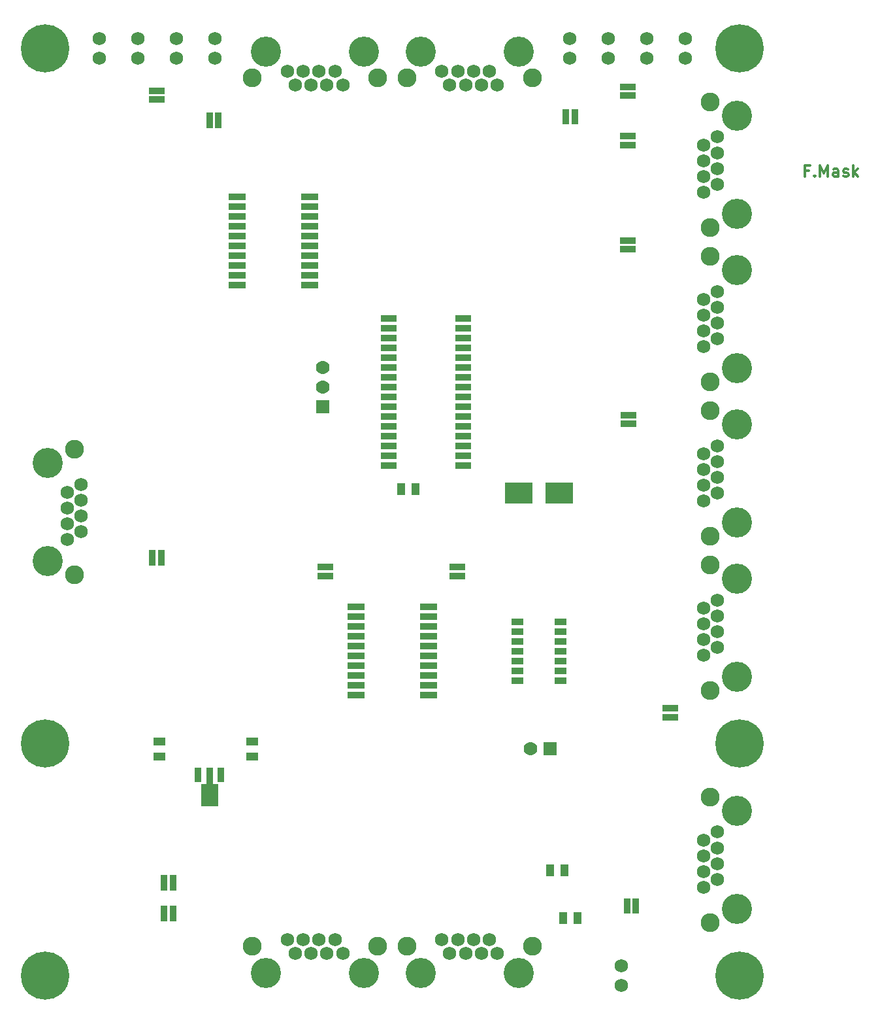
<source format=gts>
G04 (created by PCBNEW (2013-mar-13)-testing) date Tue 15 Oct 2013 18:56:25 BST*
%MOIN*%
G04 Gerber Fmt 3.4, Leading zero omitted, Abs format*
%FSLAX34Y34*%
G01*
G70*
G90*
G04 APERTURE LIST*
%ADD10C,0.005906*%
%ADD11C,0.011811*%
%ADD12R,0.035443X0.021643*%
%ADD13R,0.033474X0.019674*%
%ADD14R,0.021643X0.035443*%
%ADD15R,0.059843X0.034843*%
%ADD16R,0.088583X0.033465*%
%ADD17C,0.246063*%
%ADD18C,0.068898*%
%ADD19R,0.064843X0.044843*%
%ADD20C,0.153543*%
%ADD21C,0.068943*%
%ADD22C,0.096457*%
%ADD23R,0.037443X0.072843*%
%ADD24R,0.037443X0.092543*%
%ADD25R,0.088543X0.118143*%
%ADD26R,0.044843X0.064843*%
%ADD27R,0.141732X0.106299*%
%ADD28R,0.069843X0.069843*%
%ADD29C,0.069843*%
%ADD30R,0.080827X0.031831*%
G04 APERTURE END LIST*
G54D10*
G54D11*
X45652Y-12910D02*
X45455Y-12910D01*
X45455Y-13219D02*
X45455Y-12629D01*
X45736Y-12629D01*
X45961Y-13163D02*
X45989Y-13191D01*
X45961Y-13219D01*
X45933Y-13191D01*
X45961Y-13163D01*
X45961Y-13219D01*
X46242Y-13219D02*
X46242Y-12629D01*
X46439Y-13051D01*
X46636Y-12629D01*
X46636Y-13219D01*
X47170Y-13219D02*
X47170Y-12910D01*
X47142Y-12854D01*
X47086Y-12826D01*
X46974Y-12826D01*
X46917Y-12854D01*
X47170Y-13191D02*
X47114Y-13219D01*
X46974Y-13219D01*
X46917Y-13191D01*
X46889Y-13135D01*
X46889Y-13079D01*
X46917Y-13023D01*
X46974Y-12994D01*
X47114Y-12994D01*
X47170Y-12966D01*
X47424Y-13191D02*
X47480Y-13219D01*
X47592Y-13219D01*
X47649Y-13191D01*
X47677Y-13135D01*
X47677Y-13107D01*
X47649Y-13051D01*
X47592Y-13023D01*
X47508Y-13023D01*
X47452Y-12994D01*
X47424Y-12938D01*
X47424Y-12910D01*
X47452Y-12854D01*
X47508Y-12826D01*
X47592Y-12826D01*
X47649Y-12854D01*
X47930Y-13219D02*
X47930Y-12629D01*
X47986Y-12994D02*
X48155Y-13219D01*
X48155Y-12826D02*
X47930Y-13051D01*
G54D12*
X36386Y-50098D03*
X36386Y-50295D03*
X36386Y-50492D03*
X36386Y-50689D03*
X36839Y-50689D03*
X36839Y-50492D03*
X36839Y-50295D03*
X36839Y-50098D03*
G54D13*
X13220Y-51082D03*
X13220Y-50885D03*
X13220Y-50688D03*
X13220Y-50491D03*
X12767Y-50491D03*
X12767Y-50688D03*
X12767Y-50885D03*
X12767Y-51082D03*
X13220Y-49507D03*
X13220Y-49310D03*
X13220Y-49113D03*
X13220Y-48916D03*
X12767Y-48916D03*
X12767Y-49113D03*
X12767Y-49310D03*
X12767Y-49507D03*
G54D14*
X38877Y-40323D03*
X38680Y-40323D03*
X38483Y-40323D03*
X38286Y-40323D03*
X38286Y-40776D03*
X38483Y-40776D03*
X38680Y-40776D03*
X38877Y-40776D03*
X36173Y-25826D03*
X36370Y-25826D03*
X36567Y-25826D03*
X36764Y-25826D03*
X36764Y-25373D03*
X36567Y-25373D03*
X36370Y-25373D03*
X36173Y-25373D03*
X36122Y-16920D03*
X36319Y-16920D03*
X36516Y-16920D03*
X36713Y-16920D03*
X36713Y-16467D03*
X36516Y-16467D03*
X36319Y-16467D03*
X36122Y-16467D03*
X36122Y-11605D03*
X36319Y-11605D03*
X36516Y-11605D03*
X36713Y-11605D03*
X36713Y-11152D03*
X36516Y-11152D03*
X36319Y-11152D03*
X36122Y-11152D03*
G54D12*
X33275Y-9862D03*
X33275Y-10059D03*
X33275Y-10256D03*
X33275Y-10453D03*
X33728Y-10453D03*
X33728Y-10256D03*
X33728Y-10059D03*
X33728Y-9862D03*
X15542Y-10649D03*
X15542Y-10452D03*
X15542Y-10255D03*
X15542Y-10058D03*
X15089Y-10058D03*
X15089Y-10255D03*
X15089Y-10452D03*
X15089Y-10649D03*
G54D15*
X30789Y-35901D03*
X30789Y-36401D03*
X30789Y-36901D03*
X30789Y-37401D03*
X30789Y-37901D03*
X30789Y-38401D03*
X30789Y-38901D03*
X32989Y-38901D03*
X32989Y-38401D03*
X32989Y-37901D03*
X32989Y-37401D03*
X32989Y-36901D03*
X32989Y-36401D03*
X32989Y-35901D03*
G54D16*
X22559Y-35151D03*
X22559Y-35651D03*
X22559Y-36151D03*
X22559Y-36651D03*
X22559Y-37151D03*
X22559Y-37651D03*
X22559Y-38151D03*
X22559Y-38651D03*
X22559Y-39151D03*
X22559Y-39651D03*
X26259Y-39651D03*
X26259Y-39151D03*
X26259Y-38651D03*
X26259Y-38151D03*
X26259Y-37651D03*
X26259Y-37151D03*
X26259Y-36651D03*
X26259Y-36151D03*
X26259Y-35651D03*
X26259Y-35151D03*
G54D17*
X6692Y-53937D03*
X42125Y-53937D03*
X42125Y-42125D03*
X6692Y-42125D03*
X6692Y-6692D03*
X42125Y-6692D03*
G54D14*
X12106Y-9283D03*
X12303Y-9283D03*
X12500Y-9283D03*
X12697Y-9283D03*
X12697Y-8830D03*
X12500Y-8830D03*
X12303Y-8830D03*
X12106Y-8830D03*
X36122Y-9086D03*
X36319Y-9086D03*
X36516Y-9086D03*
X36713Y-9086D03*
X36713Y-8633D03*
X36516Y-8633D03*
X36319Y-8633D03*
X36122Y-8633D03*
G54D16*
X16496Y-14246D03*
X16496Y-14746D03*
X16496Y-15246D03*
X16496Y-15746D03*
X16496Y-16246D03*
X16496Y-16746D03*
X16496Y-17246D03*
X16496Y-17746D03*
X16496Y-18246D03*
X16496Y-18746D03*
X20196Y-18746D03*
X20196Y-18246D03*
X20196Y-17746D03*
X20196Y-17246D03*
X20196Y-16746D03*
X20196Y-16246D03*
X20196Y-15746D03*
X20196Y-15246D03*
X20196Y-14746D03*
X20196Y-14246D03*
G54D18*
X39370Y-7192D03*
X39370Y-6192D03*
X37401Y-7192D03*
X37401Y-6192D03*
X35433Y-7192D03*
X35433Y-6192D03*
X33464Y-7192D03*
X33464Y-6192D03*
X15354Y-7192D03*
X15354Y-6192D03*
X13385Y-7192D03*
X13385Y-6192D03*
X11417Y-7192D03*
X11417Y-6192D03*
X9448Y-7192D03*
X9448Y-6192D03*
X36102Y-53437D03*
X36102Y-54437D03*
G54D19*
X12519Y-42776D03*
X12519Y-42026D03*
X17244Y-42776D03*
X17244Y-42026D03*
G54D12*
X12173Y-32342D03*
X12173Y-32539D03*
X12173Y-32736D03*
X12173Y-32933D03*
X12626Y-32933D03*
X12626Y-32736D03*
X12626Y-32539D03*
X12626Y-32342D03*
G54D14*
X20689Y-33574D03*
X20886Y-33574D03*
X21083Y-33574D03*
X21280Y-33574D03*
X21280Y-33121D03*
X21083Y-33121D03*
X20886Y-33121D03*
X20689Y-33121D03*
X28011Y-33118D03*
X27814Y-33118D03*
X27617Y-33118D03*
X27420Y-33118D03*
X27420Y-33571D03*
X27617Y-33571D03*
X27814Y-33571D03*
X28011Y-33571D03*
G54D20*
X41988Y-10098D03*
X41988Y-15098D03*
G54D21*
X40988Y-11192D03*
X40287Y-11594D03*
X40988Y-11996D03*
X40287Y-12397D03*
X40988Y-12799D03*
X40287Y-13200D03*
X40988Y-13602D03*
X40287Y-14003D03*
G54D22*
X40637Y-9397D03*
X40637Y-15799D03*
G54D20*
X41988Y-17972D03*
X41988Y-22972D03*
G54D21*
X40988Y-19066D03*
X40287Y-19468D03*
X40988Y-19870D03*
X40287Y-20271D03*
X40988Y-20673D03*
X40287Y-21074D03*
X40988Y-21476D03*
X40287Y-21877D03*
G54D22*
X40637Y-17271D03*
X40637Y-23673D03*
G54D20*
X41988Y-25846D03*
X41988Y-30846D03*
G54D21*
X40988Y-26940D03*
X40287Y-27342D03*
X40988Y-27744D03*
X40287Y-28145D03*
X40988Y-28547D03*
X40287Y-28948D03*
X40988Y-29350D03*
X40287Y-29751D03*
G54D22*
X40637Y-25145D03*
X40637Y-31547D03*
G54D20*
X41988Y-33720D03*
X41988Y-38720D03*
G54D21*
X40988Y-34814D03*
X40287Y-35216D03*
X40988Y-35618D03*
X40287Y-36019D03*
X40988Y-36421D03*
X40287Y-36822D03*
X40988Y-37224D03*
X40287Y-37625D03*
G54D22*
X40637Y-33019D03*
X40637Y-39421D03*
G54D20*
X41988Y-45531D03*
X41988Y-50531D03*
G54D21*
X40988Y-46625D03*
X40287Y-47027D03*
X40988Y-47429D03*
X40287Y-47830D03*
X40988Y-48232D03*
X40287Y-48633D03*
X40988Y-49035D03*
X40287Y-49437D03*
G54D22*
X40637Y-44830D03*
X40637Y-51232D03*
G54D20*
X6830Y-32814D03*
X6830Y-27814D03*
G54D21*
X7830Y-31720D03*
X8531Y-31318D03*
X7830Y-30917D03*
X8531Y-30515D03*
X7830Y-30114D03*
X8531Y-29712D03*
X7830Y-29311D03*
X8531Y-28909D03*
G54D22*
X8181Y-33515D03*
X8181Y-27114D03*
G54D20*
X30846Y-53799D03*
X25846Y-53799D03*
G54D21*
X29751Y-52799D03*
X29350Y-52098D03*
X28948Y-52799D03*
X28547Y-52098D03*
X28145Y-52799D03*
X27744Y-52098D03*
X27342Y-52799D03*
X26940Y-52098D03*
G54D22*
X31547Y-52448D03*
X25145Y-52448D03*
G54D20*
X22972Y-53799D03*
X17972Y-53799D03*
G54D21*
X21877Y-52799D03*
X21476Y-52098D03*
X21074Y-52799D03*
X20673Y-52098D03*
X20271Y-52799D03*
X19870Y-52098D03*
X19468Y-52799D03*
X19066Y-52098D03*
G54D22*
X23673Y-52448D03*
X17271Y-52448D03*
G54D20*
X25846Y-6830D03*
X30846Y-6830D03*
G54D21*
X26940Y-7830D03*
X27342Y-8531D03*
X27744Y-7830D03*
X28145Y-8531D03*
X28547Y-7830D03*
X28948Y-8531D03*
X29350Y-7830D03*
X29751Y-8531D03*
G54D22*
X25145Y-8181D03*
X31547Y-8181D03*
G54D20*
X17972Y-6830D03*
X22972Y-6830D03*
G54D21*
X19066Y-7830D03*
X19468Y-8531D03*
X19870Y-7830D03*
X20271Y-8531D03*
X20673Y-7830D03*
X21074Y-8531D03*
X21476Y-7830D03*
X21877Y-8531D03*
G54D22*
X17271Y-8181D03*
X23673Y-8181D03*
G54D23*
X15669Y-43700D03*
G54D24*
X15078Y-43798D03*
G54D23*
X14487Y-43700D03*
G54D25*
X15078Y-44743D03*
G54D26*
X24851Y-29143D03*
X25601Y-29143D03*
G54D27*
X30866Y-29340D03*
X32913Y-29340D03*
G54D28*
X32468Y-42391D03*
G54D29*
X31468Y-42391D03*
G54D28*
X20875Y-24956D03*
G54D29*
X20875Y-23956D03*
X20875Y-22956D03*
G54D26*
X33125Y-51000D03*
X33875Y-51000D03*
X33199Y-48572D03*
X32449Y-48572D03*
G54D30*
X24228Y-20460D03*
X24228Y-20960D03*
X24228Y-21460D03*
X24228Y-21960D03*
X24228Y-22460D03*
X24228Y-22960D03*
X24228Y-23460D03*
X24228Y-23960D03*
X24228Y-24460D03*
X24228Y-24960D03*
X24228Y-25460D03*
X24228Y-25960D03*
X24228Y-26460D03*
X24228Y-26960D03*
X24228Y-27460D03*
X24228Y-27960D03*
X28027Y-27960D03*
X28027Y-27460D03*
X28027Y-26960D03*
X28027Y-26460D03*
X28027Y-25960D03*
X28027Y-25460D03*
X28027Y-24960D03*
X28027Y-24460D03*
X28027Y-23960D03*
X28027Y-23460D03*
X28027Y-22960D03*
X28027Y-22460D03*
X28027Y-21960D03*
X28027Y-21460D03*
X28027Y-20960D03*
X28027Y-20460D03*
M02*

</source>
